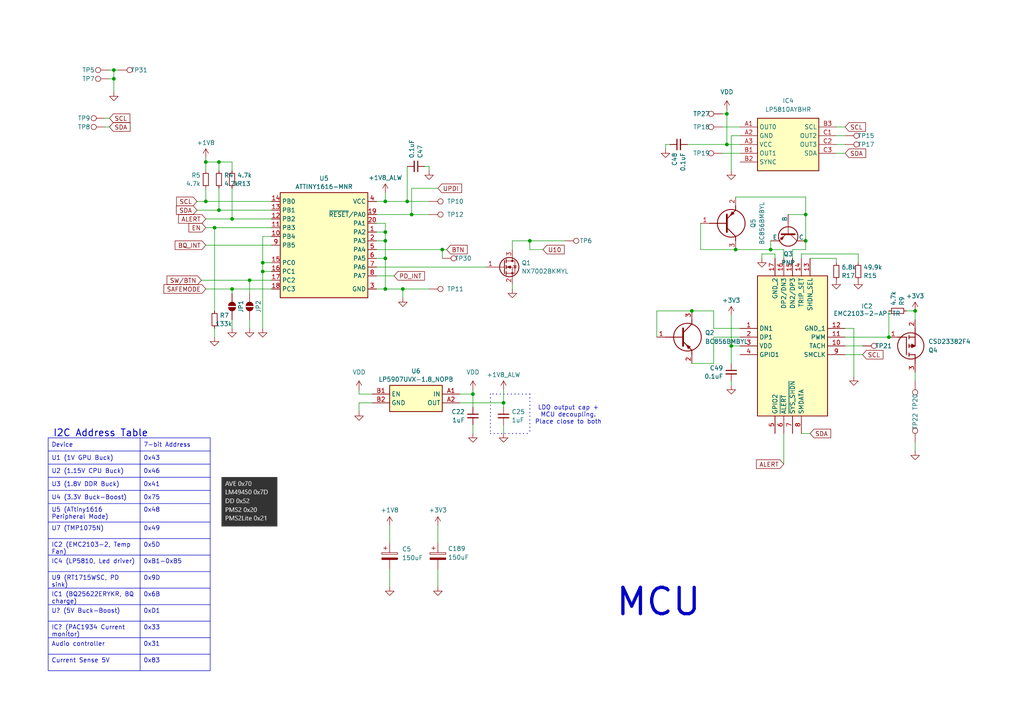
<source format=kicad_sch>
(kicad_sch (version 20250114) (generator "eeschema") (generator_version "9.0")
  (paper "A4")
  (lib_symbols
    (symbol "Connector:TestPoint" (pin_numbers (hide yes)) (pin_names (offset 0.762) (hide yes))
      (property "Reference" "TP" (at 0 6.858 0))
      (property "Value" "TestPoint" (at 0 5.08 0))
      (symbol "TestPoint_0_1"
        (circle (center 0 3.302) (radius 0.762))
      )
      (symbol "TestPoint_1_1"
        (pin passive line (at 0 0 90) (length 2.54) (name "1") (number "1"))
      )
    )
    (symbol "Device:C_Polarized" (pin_numbers (hide yes)) (pin_names (offset 0.254))
      (property "Reference" "C" (at 0.635 2.54 0))
      (property "Value" "C_Polarized" (at 0.635 -2.54 0))
      (symbol "C_Polarized_0_1"
        (rectangle (start -2.286 0.508) (end 2.286 1.016))
        (polyline (pts (xy -1.778 2.286) (xy -0.762 2.286)))
        (polyline (pts (xy -1.27 2.794) (xy -1.27 1.778)))
        (rectangle (start 2.286 -0.508) (end -2.286 -1.016) (fill (type outline)))
      )
      (symbol "C_Polarized_1_1"
        (pin passive line (at 0 3.81 270) (length 2.794) (name "~") (number "1"))
        (pin passive line (at 0 -3.81 90) (length 2.794) (name "~") (number "2"))
      )
    )
    (symbol "Device:C_Small" (pin_numbers (hide yes)) (pin_names (offset 0.254) (hide yes))
      (property "Reference" "C" (at 0.254 1.778 0))
      (property "Value" "C_Small" (at 0.254 -2.032 0))
      (symbol "C_Small_0_1"
        (polyline (pts (xy -1.524 0.508) (xy 1.524 0.508)) (stroke (width 0.3048)))
        (polyline (pts (xy -1.524 -0.508) (xy 1.524 -0.508)) (stroke (width 0.3302)))
      )
      (symbol "C_Small_1_1"
        (pin passive line (at 0 2.54 270) (length 2.032) (name "~") (number "1"))
        (pin passive line (at 0 -2.54 90) (length 2.032) (name "~") (number "2"))
      )
    )
    (symbol "Device:R_Small" (pin_numbers (hide yes)) (pin_names (offset 0.254) (hide yes))
      (property "Reference" "R" (at 0.762 0.508 0))
      (property "Value" "R_Small" (at 0.762 -1.016 0))
      (symbol "R_Small_0_1"
        (rectangle (start -0.762 1.778) (end 0.762 -1.778) (stroke (width 0.2032)))
      )
      (symbol "R_Small_1_1"
        (pin passive line (at 0 2.54 270) (length 0.762) (name "~") (number "1"))
        (pin passive line (at 0 -2.54 90) (length 0.762) (name "~") (number "2"))
      )
    )
    (symbol "Jumper:SolderJumper_2_Open" (pin_numbers (hide yes)) (pin_names (offset 0) (hide yes)) (exclude_from_sim yes) (in_bom no)
      (property "Reference" "JP" (at 0 2.032 0))
      (property "Value" "SolderJumper_2_Open" (at 0 -2.54 0))
      (symbol "SolderJumper_2_Open_0_1"
        (polyline (pts (xy -0.254 1.016) (xy -0.254 -1.016)))
        (arc (start -0.254 -1.016) (mid -1.2656 0) (end -0.254 1.016))
        (arc (start -0.254 -1.016) (mid -1.2656 0) (end -0.254 1.016) (fill (type outline)))
        (arc (start 0.254 1.016) (mid 1.2656 0) (end 0.254 -1.016))
        (arc (start 0.254 1.016) (mid 1.2656 0) (end 0.254 -1.016) (fill (type outline)))
        (polyline (pts (xy 0.254 1.016) (xy 0.254 -1.016)))
      )
      (symbol "SolderJumper_2_Open_1_1"
        (pin passive line (at -3.81 0 0) (length 2.54) (name "A") (number "1"))
        (pin passive line (at 3.81 0 180) (length 2.54) (name "B") (number "2"))
      )
    )
    (symbol "MCU_Microchip_ATtiny:ATtiny1616-M"
      (property "Reference" "U2" (at -12.7 11.43 0))
      (property "Value" "ATtiny1616-M" (at -1.27 11.43 0))
      (symbol "ATtiny1616-M_0_1"
        (rectangle (start -12.7 10.16) (end 12.7 -20.32) (stroke (width 0.254)) (fill (type background)))
      )
      (symbol "ATtiny1616-M_1_1"
        (pin bidirectional line (at -15.24 7.62 0) (length 2.54) (name "PB0") (number "14"))
        (pin bidirectional line (at -15.24 5.08 0) (length 2.54) (name "PB1") (number "13"))
        (pin bidirectional line (at -15.24 2.54 0) (length 2.54) (name "PB2") (number "12"))
        (pin bidirectional line (at -15.24 0 0) (length 2.54) (name "PB3") (number "11"))
        (pin bidirectional line (at -15.24 -2.54 0) (length 2.54) (name "PB4") (number "10"))
        (pin bidirectional line (at -15.24 -5.08 0) (length 2.54) (name "PB5") (number "9"))
        (pin bidirectional line (at -15.24 -10.16 0) (length 2.54) (name "PC0") (number "15"))
        (pin bidirectional line (at -15.24 -12.7 0) (length 2.54) (name "PC1") (number "16"))
        (pin bidirectional line (at -15.24 -15.24 0) (length 2.54) (name "PC2") (number "17"))
        (pin bidirectional line (at -15.24 -17.78 0) (length 2.54) (name "PC3") (number "18"))
        (pin power_in line (at 15.24 7.62 180) (length 2.54) (name "VCC") (number "4"))
        (pin bidirectional line (at 15.24 3.81 180) (length 2.54) (name "~{RESET}/PA0") (number "19"))
        (pin bidirectional line (at 15.24 1.27 180) (length 2.54) (name "PA1") (number "20"))
        (pin bidirectional line (at 15.24 -1.27 180) (length 2.54) (name "PA2") (number "1"))
        (pin bidirectional line (at 15.24 -3.81 180) (length 2.54) (name "PA3") (number "2"))
        (pin bidirectional line (at 15.24 -6.35 180) (length 2.54) (name "PA4") (number "5"))
        (pin bidirectional line (at 15.24 -8.89 180) (length 2.54) (name "PA5") (number "6"))
        (pin bidirectional line (at 15.24 -11.43 180) (length 2.54) (name "PA6") (number "7"))
        (pin bidirectional line (at 15.24 -13.97 180) (length 2.54) (name "PA7") (number "8"))
        (pin passive line (at 15.24 -17.78 180) (length 2.54) (hide yes) (name "GND") (number "21"))
        (pin power_in line (at 15.24 -17.78 180) (length 2.54) (name "GND") (number "3"))
      )
    )
    (symbol "SamacSys_Parts:BC856BMBYL" (pin_names (hide yes))
      (property "Reference" "Q" (at 13.97 1.27 0))
      (property "Value" "BC856BMBYL" (at 13.97 -1.27 0))
      (symbol "BC856BMBYL_1_1"
        (polyline (pts (xy 2.54 0) (xy 7.62 0)) (stroke (width 0.254)))
        (polyline (pts (xy 7.62 2.54) (xy 7.62 -2.54)) (stroke (width 0.508)))
        (polyline (pts (xy 7.62 1.27) (xy 10.16 3.81)) (stroke (width 0.254)))
        (polyline (pts (xy 7.62 -1.27) (xy 10.16 -3.81)) (stroke (width 0.254)))
        (circle (center 8.89 0) (radius 4.016) (stroke (width 0.254)))
        (polyline (pts (xy 9.652 -2.794) (xy 9.144 -3.302) (xy 8.636 -2.286) (xy 9.652 -2.794)) (stroke (width 0.254)) (fill (type outline)))
        (polyline (pts (xy 10.16 3.81) (xy 10.16 5.08)) (stroke (width 0.254)))
        (polyline (pts (xy 10.16 -3.81) (xy 10.16 -5.08)) (stroke (width 0.254)))
        (pin passive line (at 0 0 0) (length 2.54) (name "B") (number "1"))
        (pin passive line (at 10.16 7.62 270) (length 2.54) (name "C") (number "3"))
        (pin passive line (at 10.16 -7.62 90) (length 2.54) (name "E") (number "2"))
      )
    )
    (symbol "SamacSys_Parts:CSD23382F4" (pin_names (hide yes))
      (property "Reference" "Q" (at 11.43 3.81 0))
      (property "Value" "CSD23382F4" (at 11.43 1.27 0))
      (symbol "CSD23382F4_1_1"
        (polyline (pts (xy 2.54 0) (xy 5.08 0)) (stroke (width 0.254)))
        (polyline (pts (xy 5.08 5.08) (xy 5.08 0)) (stroke (width 0.254)))
        (polyline (pts (xy 5.842 5.588) (xy 5.842 4.572)) (stroke (width 0.254)))
        (polyline (pts (xy 5.842 2.032) (xy 5.842 3.048)) (stroke (width 0.254)))
        (polyline (pts (xy 5.842 0) (xy 7.62 0)) (stroke (width 0.254)))
        (polyline (pts (xy 5.842 -0.508) (xy 5.842 0.508)) (stroke (width 0.254)))
        (circle (center 6.35 2.54) (radius 3.81) (stroke (width 0.254)))
        (polyline (pts (xy 7.62 5.08) (xy 5.842 5.08)) (stroke (width 0.254)))
        (polyline (pts (xy 7.62 5.08) (xy 7.62 7.62)) (stroke (width 0.254)))
        (polyline (pts (xy 7.62 2.54) (xy 5.842 2.54)) (stroke (width 0.254)))
        (polyline (pts (xy 7.62 2.54) (xy 7.62 -2.54)) (stroke (width 0.254)))
        (polyline (pts (xy 7.62 2.54) (xy 6.604 3.048) (xy 6.604 2.032) (xy 7.62 2.54)) (stroke (width 0.254)) (fill (type outline)))
        (pin passive line (at 0 0 0) (length 2.54) (name "G") (number "1"))
        (pin passive line (at 7.62 10.16 270) (length 2.54) (name "D") (number "3"))
        (pin passive line (at 7.62 -5.08 90) (length 2.54) (name "S") (number "2"))
      )
    )
    (symbol "SamacSys_Parts:EMC2103-2-AP-TR"
      (property "Reference" "IC" (at 26.67 20.32 0))
      (property "Value" "EMC2103-2-AP-TR" (at 26.67 17.78 0))
      (symbol "EMC2103-2-AP-TR_1_1"
        (rectangle (start 5.08 15.24) (end 25.4 -25.4) (stroke (width 0.254)) (fill (type background)))
        (pin passive line (at 0 0 0) (length 5.08) (name "DN1") (number "1"))
        (pin passive line (at 0 -2.54 0) (length 5.08) (name "DP1") (number "2"))
        (pin passive line (at 0 -5.08 0) (length 5.08) (name "VDD") (number "3"))
        (pin passive line (at 0 -7.62 0) (length 5.08) (name "GPIO1") (number "4"))
        (pin passive line (at 10.16 20.32 270) (length 5.08) (name "GND_2") (number "17"))
        (pin passive line (at 10.16 -30.48 90) (length 5.08) (name "GPIO2") (number "5"))
        (pin passive line (at 12.7 20.32 270) (length 5.08) (name "DP2/DN3") (number "16"))
        (pin passive line (at 12.7 -30.48 90) (length 5.08) (name "~{ALERT}") (number "6"))
        (pin passive line (at 15.24 20.32 270) (length 5.08) (name "DN2/DP3") (number "15"))
        (pin passive line (at 15.24 -30.48 90) (length 5.08) (name "~{SYS_SHDN}") (number "7"))
        (pin passive line (at 17.78 20.32 270) (length 5.08) (name "TRIP_SET") (number "14"))
        (pin passive line (at 17.78 -30.48 90) (length 5.08) (name "SMDATA") (number "8"))
        (pin passive line (at 20.32 20.32 270) (length 5.08) (name "SHDN_SEL") (number "13"))
        (pin passive line (at 30.48 0 180) (length 5.08) (name "GND_1") (number "12"))
        (pin passive line (at 30.48 -2.54 180) (length 5.08) (name "PWM") (number "11"))
        (pin passive line (at 30.48 -5.08 180) (length 5.08) (name "TACH") (number "10"))
        (pin passive line (at 30.48 -7.62 180) (length 5.08) (name "SMCLK") (number "9"))
      )
    )
    (symbol "SamacSys_Parts:LP5810AYBHR"
      (property "Reference" "IC" (at 24.13 7.62 0))
      (property "Value" "LP5810AYBHR" (at 24.13 5.08 0))
      (symbol "LP5810AYBHR_1_1"
        (rectangle (start 5.08 2.54) (end 22.86 -12.7) (stroke (width 0.254)) (fill (type background)))
        (pin passive line (at 0 0 0) (length 5.08) (name "OUT0") (number "A1"))
        (pin passive line (at 0 -2.54 0) (length 5.08) (name "GND") (number "A2"))
        (pin passive line (at 0 -5.08 0) (length 5.08) (name "VCC") (number "A3"))
        (pin passive line (at 0 -7.62 0) (length 5.08) (name "OUT1") (number "B1"))
        (pin passive line (at 0 -10.16 0) (length 5.08) (name "SYNC") (number "B2"))
        (pin passive line (at 27.94 0 180) (length 5.08) (name "SCL") (number "B3"))
        (pin passive line (at 27.94 -2.54 180) (length 5.08) (name "OUT2") (number "C1"))
        (pin passive line (at 27.94 -5.08 180) (length 5.08) (name "OUT3") (number "C2"))
        (pin passive line (at 27.94 -7.62 180) (length 5.08) (name "SDA") (number "C3"))
      )
    )
    (symbol "SamacSys_Parts:LP5907UVX-1.8_NOPB"
      (property "Reference" "IC" (at 21.59 7.62 0))
      (property "Value" "LP5907UVX-1.8_NOPB" (at 21.59 5.08 0))
      (symbol "LP5907UVX-1.8_NOPB_1_1"
        (rectangle (start 5.08 2.54) (end 20.32 -5.08) (stroke (width 0.254)) (fill (type background)))
        (pin passive line (at 0 0 0) (length 5.08) (name "IN") (number "A1"))
        (pin passive line (at 0 -2.54 0) (length 5.08) (name "OUT") (number "A2"))
        (pin passive line (at 25.4 0 180) (length 5.08) (name "EN") (number "B1"))
        (pin passive line (at 25.4 -2.54 180) (length 5.08) (name "GND") (number "B2"))
      )
    )
    (symbol "Simulation_SPICE:PNP" (pin_numbers (hide yes)) (pin_names (offset 0))
      (property "Reference" "Q" (at -2.54 7.62 0))
      (property "Value" "PNP" (at -2.54 5.08 0))
      (symbol "PNP_0_1"
        (polyline (pts (xy -2.54 0) (xy 0.635 0)) (stroke (width 0.1524)))
        (polyline (pts (xy 0.635 1.905) (xy 0.635 -1.905) (xy 0.635 -1.905)) (stroke (width 0.508)))
        (polyline (pts (xy 0.635 0.635) (xy 2.54 2.54)))
        (polyline (pts (xy 0.635 -0.635) (xy 2.54 -2.54) (xy 2.54 -2.54)))
        (circle (center 1.27 0) (radius 2.8194) (stroke (width 0.254)))
        (polyline (pts (xy 2.286 -1.778) (xy 1.778 -2.286) (xy 1.27 -1.27) (xy 2.286 -1.778) (xy 2.286 -1.778)) (fill (type outline)))
      )
      (symbol "PNP_1_1"
        (pin input line (at -5.08 0 0) (length 2.54) (name "B") (number "2"))
        (pin open_collector line (at 2.54 5.08 270) (length 2.54) (name "C") (number "1"))
        (pin open_emitter line (at 2.54 -5.08 90) (length 2.54) (name "E") (number "3"))
      )
    )
    (symbol "Transistor_FET:DMG2302U" (pin_names (hide yes))
      (property "Reference" "Q" (at 5.08 1.905 0))
      (property "Value" "DMG2302U" (at 5.08 0 0))
      (symbol "DMG2302U_0_1"
        (polyline (pts (xy 0.254 1.905) (xy 0.254 -1.905)) (stroke (width 0.254)))
        (polyline (pts (xy 0.254 0) (xy -2.54 0)))
        (polyline (pts (xy 0.762 2.286) (xy 0.762 1.27)) (stroke (width 0.254)))
        (polyline (pts (xy 0.762 0.508) (xy 0.762 -0.508)) (stroke (width 0.254)))
        (polyline (pts (xy 0.762 -1.27) (xy 0.762 -2.286)) (stroke (width 0.254)))
        (polyline (pts (xy 0.762 -1.778) (xy 3.302 -1.778) (xy 3.302 1.778) (xy 0.762 1.778)))
        (polyline (pts (xy 1.016 0) (xy 2.032 0.381) (xy 2.032 -0.381) (xy 1.016 0)) (fill (type outline)))
        (circle (center 1.651 0) (radius 2.794) (stroke (width 0.254)))
        (polyline (pts (xy 2.54 2.54) (xy 2.54 1.778)))
        (circle (center 2.54 1.778) (radius 0.254) (fill (type outline)))
        (circle (center 2.54 -1.778) (radius 0.254) (fill (type outline)))
        (polyline (pts (xy 2.54 -2.54) (xy 2.54 0) (xy 0.762 0)))
        (polyline (pts (xy 2.794 0.508) (xy 2.921 0.381) (xy 3.683 0.381) (xy 3.81 0.254)))
        (polyline (pts (xy 3.302 0.381) (xy 2.921 -0.254) (xy 3.683 -0.254) (xy 3.302 0.381)))
      )
      (symbol "DMG2302U_1_1"
        (pin input line (at -5.08 0 0) (length 2.54) (name "G") (number "1"))
        (pin passive line (at 2.54 5.08 270) (length 2.54) (name "D") (number "3"))
        (pin passive line (at 2.54 -5.08 90) (length 2.54) (name "S") (number "2"))
      )
    )
    (symbol "power:+1V0" (power) (pin_names (offset 0))
      (property "Value" "+1V0" (at 0 3.556 0))
      (symbol "+1V0_0_1"
        (polyline (pts (xy -0.762 1.27) (xy 0 2.54)))
        (polyline (pts (xy 0 2.54) (xy 0.762 1.27)))
        (polyline (pts (xy 0 0) (xy 0 2.54)))
      )
      (symbol "+1V0_1_1"
        (pin power_in line (at 0 0 90) (length 0) (hide yes) (name "+1V0") (number "1"))
      )
    )
    (symbol "power:+1V8" (power) (pin_names (offset 0))
      (property "Value" "+1V8" (at 0 3.556 0))
      (symbol "+1V8_0_1"
        (polyline (pts (xy -0.762 1.27) (xy 0 2.54)))
        (polyline (pts (xy 0 2.54) (xy 0.762 1.27)))
        (polyline (pts (xy 0 0) (xy 0 2.54)))
      )
      (symbol "+1V8_1_1"
        (pin power_in line (at 0 0 90) (length 0) (hide yes) (name "+1V8") (number "1"))
      )
    )
    (symbol "power:+3V3" (power) (pin_names (offset 0))
      (property "Value" "+3V3" (at 0 3.556 0))
      (symbol "+3V3_0_1"
        (polyline (pts (xy -0.762 1.27) (xy 0 2.54)))
        (polyline (pts (xy 0 2.54) (xy 0.762 1.27)))
        (polyline (pts (xy 0 0) (xy 0 2.54)))
      )
      (symbol "+3V3_1_1"
        (pin power_in line (at 0 0 90) (length 0) (hide yes) (name "+3V3") (number "1"))
      )
    )
    (symbol "power:GND" (power) (pin_names (offset 0))
      (property "Value" "GND" (at 0 -3.81 0))
      (symbol "GND_0_1"
        (polyline (pts (xy 0 0) (xy 0 -1.27) (xy 1.27 -1.27) (xy 0 -2.54) (xy -1.27 -1.27) (xy 0 -1.27)))
      )
      (symbol "GND_1_1"
        (pin power_in line (at 0 0 270) (length 0) (hide yes) (name "GND") (number "1"))
      )
    )
    (symbol "power:VDD" (power) (pin_numbers (hide yes)) (pin_names (offset 0) (hide yes))
      (property "Value" "VDD" (at 0 3.556 0))
      (symbol "VDD_0_1"
        (polyline (pts (xy -0.762 1.27) (xy 0 2.54)))
        (polyline (pts (xy 0 2.54) (xy 0.762 1.27)))
        (polyline (pts (xy 0 0) (xy 0 2.54)))
      )
      (symbol "VDD_1_1"
        (pin power_in line (at 0 0 90) (length 0) (name "~") (number "1"))
      )
    )
  )
  (text "I2C Address Table" (at 29.21 125.73 0) (effects (font (size 2 2) (thickness 0.254) (bold yes))))
  (text "MCU" (at 191.008 174.752 0) (effects (font (size 7.62 7.62) (thickness 0.9525))))
  (text "LDO output cap +\nMCU decoupling.\nPlace close to both" (at 164.846 120.396 0) (effects (font (size 1.27 1.27))))
  (junction (at 200.66 90.17))
  (junction (at 111.76 69.85))
  (junction (at 116.84 83.82))
  (junction (at 146.05 116.84))
  (junction (at 210.82 33.02))
  (junction (at 72.39 81.28))
  (junction (at 76.2 76.2))
  (junction (at 63.5 46.99))
  (junction (at 111.76 74.93))
  (junction (at 67.31 63.5))
  (junction (at 63.5 60.96))
  (junction (at 76.2 78.74))
  (junction (at 137.16 114.3))
  (junction (at 212.09 100.33))
  (junction (at 111.76 83.82))
  (junction (at 59.69 58.42))
  (junction (at 111.76 67.31))
  (junction (at 233.68 62.23))
  (junction (at 59.69 46.99))
  (junction (at 67.31 83.82))
  (junction (at 210.82 41.91))
  (junction (at 213.36 72.39))
  (junction (at 118.11 58.42))
  (junction (at 128.27 72.39))
  (junction (at 62.23 66.04))
  (junction (at 33.02 22.86))
  (junction (at 153.67 69.85))
  (junction (at 223.52 72.39))
  (junction (at 111.76 58.42))
  (junction (at 265.43 90.17))
  (junction (at 33.02 20.32))
  (junction (at 119.38 62.23))
  (junction (at 233.68 69.85))
  (junction (at 257.81 97.79))
  (wire (pts (xy 72.39 81.28) (xy 78.74 81.28)))
  (wire (pts (xy 59.69 71.12) (xy 78.74 71.12)))
  (wire (pts (xy 153.67 69.85) (xy 153.67 72.39)))
  (wire (pts (xy 63.5 46.99) (xy 63.5 49.53)))
  (wire (pts (xy 242.57 41.91) (xy 245.11 41.91)))
  (wire (pts (xy 242.57 74.93) (xy 242.57 76.2)))
  (wire (pts (xy 111.76 58.42) (xy 111.76 55.88)))
  (wire (pts (xy 232.41 73.66) (xy 232.41 74.93)))
  (wire (pts (xy 229.87 72.39) (xy 229.87 74.93)))
  (wire (pts (xy 228.6 62.23) (xy 233.68 62.23)))
  (wire (pts (xy 62.23 66.04) (xy 78.74 66.04)))
  (wire (pts (xy 113.03 165.1) (xy 113.03 170.18)))
  (wire (pts (xy 242.57 44.45) (xy 245.11 44.45)))
  (wire (pts (xy 127 54.61) (xy 119.38 54.61)))
  (wire (pts (xy 67.31 83.82) (xy 59.69 83.82)))
  (wire (pts (xy 59.69 63.5) (xy 67.31 63.5)))
  (wire (pts (xy 109.22 62.23) (xy 119.38 62.23)))
  (wire (pts (xy 129.54 72.39) (xy 128.27 72.39)))
  (wire (pts (xy 146.05 116.84) (xy 146.05 118.11)))
  (wire (pts (xy 62.23 95.25) (xy 62.23 97.79)))
  (wire (pts (xy 146.05 113.03) (xy 146.05 116.84)))
  (wire (pts (xy 214.63 41.91) (xy 210.82 41.91)))
  (wire (pts (xy 30.48 34.29) (xy 31.75 34.29)))
  (wire (pts (xy 57.15 58.42) (xy 59.69 58.42)))
  (wire (pts (xy 116.84 83.82) (xy 124.46 83.82)))
  (wire (pts (xy 157.48 72.39) (xy 153.67 72.39)))
  (wire (pts (xy 31.75 22.86) (xy 33.02 22.86)))
  (wire (pts (xy 76.2 76.2) (xy 76.2 78.74)))
  (wire (pts (xy 109.22 80.01) (xy 114.3 80.01)))
  (wire (pts (xy 248.92 73.66) (xy 232.41 73.66)))
  (wire (pts (xy 78.74 76.2) (xy 76.2 76.2)))
  (wire (pts (xy 59.69 46.99) (xy 63.5 46.99)))
  (wire (pts (xy 265.43 92.71) (xy 265.43 90.17)))
  (wire (pts (xy 265.43 110.49) (xy 265.43 107.95)))
  (wire (pts (xy 67.31 95.25) (xy 67.31 92.71)))
  (wire (pts (xy 107.95 114.3) (xy 104.14 114.3)))
  (wire (pts (xy 104.14 116.84) (xy 104.14 119.38)))
  (wire (pts (xy 72.39 85.09) (xy 72.39 81.28)))
  (wire (pts (xy 109.22 72.39) (xy 128.27 72.39)))
  (wire (pts (xy 220.98 73.66) (xy 220.98 74.93)))
  (wire (pts (xy 248.92 73.66) (xy 248.92 76.2)))
  (wire (pts (xy 153.67 69.85) (xy 163.83 69.85)))
  (wire (pts (xy 133.35 114.3) (xy 137.16 114.3)))
  (wire (pts (xy 148.59 72.39) (xy 148.59 69.85)))
  (wire (pts (xy 107.95 116.84) (xy 104.14 116.84)))
  (wire (pts (xy 67.31 49.53) (xy 67.31 46.99)))
  (wire (pts (xy 59.69 66.04) (xy 62.23 66.04)))
  (wire (pts (xy 227.33 72.39) (xy 223.52 72.39)))
  (wire (pts (xy 212.09 100.33) (xy 214.63 100.33)))
  (wire (pts (xy 233.68 57.15) (xy 233.68 62.23)))
  (wire (pts (xy 265.43 128.27) (xy 265.43 130.81)))
  (wire (pts (xy 63.5 54.61) (xy 63.5 60.96)))
  (wire (pts (xy 111.76 83.82) (xy 116.84 83.82)))
  (wire (pts (xy 63.5 46.99) (xy 67.31 46.99)))
  (wire (pts (xy 245.11 100.33) (xy 250.19 100.33)))
  (wire (pts (xy 109.22 77.47) (xy 140.97 77.47)))
  (wire (pts (xy 212.09 91.44) (xy 212.09 100.33)))
  (wire (pts (xy 119.38 62.23) (xy 124.46 62.23)))
  (wire (pts (xy 33.02 20.32) (xy 31.75 20.32)))
  (wire (pts (xy 207.01 105.41) (xy 200.66 105.41)))
  (wire (pts (xy 111.76 58.42) (xy 118.11 58.42)))
  (wire (pts (xy 207.01 95.25) (xy 207.01 90.17)))
  (wire (pts (xy 146.05 125.73) (xy 146.05 123.19)))
  (wire (pts (xy 227.33 72.39) (xy 227.33 74.93)))
  (wire (pts (xy 33.02 22.86) (xy 33.02 26.67)))
  (wire (pts (xy 76.2 78.74) (xy 76.2 95.25)))
  (wire (pts (xy 213.36 72.39) (xy 223.52 72.39)))
  (wire (pts (xy 124.46 49.53) (xy 124.46 48.26)))
  (wire (pts (xy 242.57 39.37) (xy 245.11 39.37)))
  (wire (pts (xy 127 152.4) (xy 127 157.48)))
  (wire (pts (xy 127 165.1) (xy 127 170.18)))
  (wire (pts (xy 209.55 33.02) (xy 210.82 33.02)))
  (wire (pts (xy 214.63 97.79) (xy 207.01 97.79)))
  (wire (pts (xy 212.09 39.37) (xy 212.09 49.53)))
  (wire (pts (xy 133.35 116.84) (xy 146.05 116.84)))
  (wire (pts (xy 232.41 125.73) (xy 234.95 125.73)))
  (wire (pts (xy 109.22 83.82) (xy 111.76 83.82)))
  (wire (pts (xy 242.57 36.83) (xy 245.11 36.83)))
  (wire (pts (xy 124.46 48.26) (xy 123.19 48.26)))
  (wire (pts (xy 148.59 69.85) (xy 153.67 69.85)))
  (wire (pts (xy 193.04 41.91) (xy 194.31 41.91)))
  (polyline (pts (xy 153.67 114.3) (xy 142.24 114.3)) (stroke (width 0.254) (type dot)))
  (wire (pts (xy 118.11 48.26) (xy 118.11 58.42)))
  (wire (pts (xy 59.69 54.61) (xy 59.69 58.42)))
  (wire (pts (xy 118.11 58.42) (xy 124.46 58.42)))
  (wire (pts (xy 33.02 20.32) (xy 34.29 20.32)))
  (wire (pts (xy 111.76 69.85) (xy 111.76 74.93)))
  (wire (pts (xy 207.01 97.79) (xy 207.01 105.41)))
  (wire (pts (xy 234.95 74.93) (xy 242.57 74.93)))
  (wire (pts (xy 57.15 60.96) (xy 63.5 60.96)))
  (wire (pts (xy 76.2 78.74) (xy 78.74 78.74)))
  (wire (pts (xy 72.39 92.71) (xy 72.39 95.25)))
  (polyline (pts (xy 142.24 125.73) (xy 153.67 125.73)) (stroke (width 0.254) (type dot)))
  (wire (pts (xy 224.79 73.66) (xy 220.98 73.66)))
  (wire (pts (xy 109.22 67.31) (xy 111.76 67.31)))
  (wire (pts (xy 247.65 95.25) (xy 247.65 109.22)))
  (polyline (pts (xy 153.67 114.3) (xy 153.67 125.73)) (stroke (width 0.254) (type dot)))
  (wire (pts (xy 59.69 45.72) (xy 59.69 46.99)))
  (wire (pts (xy 245.11 95.25) (xy 247.65 95.25)))
  (wire (pts (xy 30.48 36.83) (xy 31.75 36.83)))
  (wire (pts (xy 213.36 57.15) (xy 233.68 57.15)))
  (wire (pts (xy 212.09 110.49) (xy 212.09 111.76)))
  (wire (pts (xy 214.63 39.37) (xy 212.09 39.37)))
  (wire (pts (xy 223.52 72.39) (xy 223.52 69.85)))
  (wire (pts (xy 190.5 90.17) (xy 190.5 97.79)))
  (wire (pts (xy 203.2 72.39) (xy 213.36 72.39)))
  (wire (pts (xy 203.2 64.77) (xy 203.2 72.39)))
  (wire (pts (xy 210.82 41.91) (xy 210.82 33.02)))
  (wire (pts (xy 233.68 69.85) (xy 233.68 72.39)))
  (wire (pts (xy 212.09 100.33) (xy 212.09 105.41)))
  (wire (pts (xy 59.69 58.42) (xy 78.74 58.42)))
  (wire (pts (xy 109.22 69.85) (xy 111.76 69.85)))
  (wire (pts (xy 245.11 102.87) (xy 250.19 102.87)))
  (wire (pts (xy 210.82 33.02) (xy 210.82 31.75)))
  (wire (pts (xy 137.16 114.3) (xy 137.16 113.03)))
  (wire (pts (xy 199.39 41.91) (xy 210.82 41.91)))
  (wire (pts (xy 209.55 44.45) (xy 214.63 44.45)))
  (wire (pts (xy 67.31 83.82) (xy 78.74 83.82)))
  (wire (pts (xy 209.55 36.83) (xy 214.63 36.83)))
  (wire (pts (xy 245.11 97.79) (xy 257.81 97.79)))
  (wire (pts (xy 224.79 74.93) (xy 224.79 73.66)))
  (wire (pts (xy 76.2 68.58) (xy 76.2 76.2)))
  (wire (pts (xy 109.22 58.42) (xy 111.76 58.42)))
  (wire (pts (xy 62.23 66.04) (xy 62.23 90.17)))
  (wire (pts (xy 227.33 125.73) (xy 227.33 134.62)))
  (wire (pts (xy 148.59 82.55) (xy 148.59 83.82)))
  (wire (pts (xy 67.31 63.5) (xy 78.74 63.5)))
  (wire (pts (xy 116.84 83.82) (xy 116.84 86.36)))
  (polyline (pts (xy 142.24 114.3) (xy 142.24 125.73)) (stroke (width 0.254) (type dot)))
  (wire (pts (xy 128.27 74.93) (xy 128.27 72.39)))
  (wire (pts (xy 33.02 20.32) (xy 33.02 22.86)))
  (wire (pts (xy 58.42 81.28) (xy 72.39 81.28)))
  (wire (pts (xy 137.16 125.73) (xy 137.16 123.19)))
  (wire (pts (xy 233.68 62.23) (xy 233.68 69.85)))
  (wire (pts (xy 67.31 54.61) (xy 67.31 63.5)))
  (wire (pts (xy 67.31 83.82) (xy 67.31 85.09)))
  (wire (pts (xy 111.76 64.77) (xy 111.76 67.31)))
  (wire (pts (xy 193.04 43.18) (xy 193.04 41.91)))
  (wire (pts (xy 111.76 67.31) (xy 111.76 69.85)))
  (wire (pts (xy 59.69 49.53) (xy 59.69 46.99)))
  (wire (pts (xy 109.22 74.93) (xy 111.76 74.93)))
  (wire (pts (xy 257.81 90.17) (xy 257.81 97.79)))
  (wire (pts (xy 200.66 90.17) (xy 207.01 90.17)))
  (wire (pts (xy 214.63 95.25) (xy 207.01 95.25)))
  (wire (pts (xy 190.5 90.17) (xy 200.66 90.17)))
  (wire (pts (xy 104.14 114.3) (xy 104.14 113.03)))
  (wire (pts (xy 119.38 54.61) (xy 119.38 62.23)))
  (wire (pts (xy 265.43 90.17) (xy 262.89 90.17)))
  (wire (pts (xy 63.5 60.96) (xy 78.74 60.96)))
  (wire (pts (xy 111.76 74.93) (xy 111.76 83.82)))
  (wire (pts (xy 233.68 72.39) (xy 229.87 72.39)))
  (wire (pts (xy 137.16 114.3) (xy 137.16 118.11)))
  (wire (pts (xy 109.22 64.77) (xy 111.76 64.77)))
  (wire (pts (xy 78.74 68.58) (xy 76.2 68.58)))
  (wire (pts (xy 113.03 152.4) (xy 113.03 157.48)))
  (image (at 72.3367 145.5277) (scale 0.5))
  (table (column_count 2) (border (external yes) (header yes)) (separators (rows yes) (cols yes)) (column_widths 26.67 20.32) (row_heights 3.81 3.81 3.81 3.81 3.81 5.3691 4.7909 4.7909 4.7909 4.7909 4.7909 4.7909 4.7909 4.7909 4.7909) (cells (table_cell "Device" (at 13.97 127 0) (size 26.67 3.81) (margins 0.9525 0.9525 0.9525 0.9525) (span 1 1)) (table_cell "7-bit Address" (at 40.64 127 0) (size 20.32 3.81) (margins 0.9525 0.9525 0.9525 0.9525) (span 1 1)) (table_cell "U1 (1V GPU Buck)" (at 13.97 130.81 0) (size 26.67 3.81) (margins 0.9525 0.9525 0.9525 0.9525) (span 1 1)) (table_cell "0x43" (at 40.64 130.81 0) (size 20.32 3.81) (margins 0.9525 0.9525 0.9525 0.9525) (span 1 1)) (table_cell "U2 (1.15V CPU Buck)" (at 13.97 134.62 0) (size 26.67 3.81) (margins 0.9525 0.9525 0.9525 0.9525) (span 1 1)) (table_cell "0x46" (at 40.64 134.62 0) (size 20.32 3.81) (margins 0.9525 0.9525 0.9525 0.9525) (span 1 1)) (table_cell "U3 (1.8V DDR Buck)" (at 13.97 138.43 0) (size 26.67 3.81) (margins 0.9525 0.9525 0.9525 0.9525) (span 1 1)) (table_cell "0x41" (at 40.64 138.43 0) (size 20.32 3.81) (margins 0.9525 0.9525 0.9525 0.9525) (span 1 1)) (table_cell "U4 (3.3V Buck-Boost)" (at 13.97 142.24 0) (size 26.67 3.81) (margins 0.9525 0.9525 0.9525 0.9525) (span 1 1)) (table_cell "0x75" (at 40.64 142.24 0) (size 20.32 3.81) (margins 0.9525 0.9525 0.9525 0.9525) (span 1 1)) (table_cell "U5 (ATtiny1616 Peripheral Mode)" (at 13.97 146.05 0) (size 26.67 5.3691) (margins 0.9525 0.9525 0.9525 0.9525) (span 1 1)) (table_cell "0x48" (at 40.64 146.05 0) (size 20.32 5.3691) (margins 0.9525 0.9525 0.9525 0.9525) (span 1 1)) (table_cell "U7 (TMP1075N)" (at 13.97 151.4191 0) (size 26.67 4.7909) (margins 0.9525 0.9525 0.9525 0.9525) (span 1 1)) (table_cell "0x49" (at 40.64 151.4191 0) (size 20.32 4.7909) (margins 0.9525 0.9525 0.9525 0.9525) (span 1 1)) (table_cell "IC2 (EMC2103-2, Temp Fan)" (at 13.97 156.21 0) (size 26.67 4.7909) (margins 0.9525 0.9525 0.9525 0.9525) (span 1 1)) (table_cell "0x5D" (at 40.64 156.21 0) (size 20.32 4.7909) (margins 0.9525 0.9525 0.9525 0.9525) (span 1 1)) (table_cell "IC4 (LP5810, Led driver)" (at 13.97 161.0009 0) (size 26.67 4.7909) (margins 0.9525 0.9525 0.9525 0.9525) (span 1 1)) (table_cell "0xB1-0xB5" (at 40.64 161.0009 0) (size 20.32 4.7909) (margins 0.9525 0.9525 0.9525 0.9525) (span 1 1)) (table_cell "U9 (RT1715WSC, PD sink)" (at 13.97 165.7918 0) (size 26.67 4.7909) (margins 0.9525 0.9525 0.9525 0.9525) (span 1 1)) (table_cell "0x9D" (at 40.64 165.7918 0) (size 20.32 4.7909) (margins 0.9525 0.9525 0.9525 0.9525) (span 1 1)) (table_cell "IC1 (BQ25622ERYKR, BQ charge)" (at 13.97 170.5827 0) (size 26.67 4.7909) (margins 0.9525 0.9525 0.9525 0.9525) (span 1 1)) (table_cell "0x6B" (at 40.64 170.5827 0) (size 20.32 4.7909) (margins 0.9525 0.9525 0.9525 0.9525) (span 1 1)) (table_cell "U? (5V Buck-Boost)" (at 13.97 175.3736 0) (size 26.67 4.7909) (margins 0.9525 0.9525 0.9525 0.9525) (span 1 1)) (table_cell "0xD1" (at 40.64 175.3736 0) (size 20.32 4.7909) (margins 0.9525 0.9525 0.9525 0.9525) (span 1 1)) (table_cell "IC? (PAC1934 Current monitor)" (at 13.97 180.1645 0) (size 26.67 4.7909) (margins 0.9525 0.9525 0.9525 0.9525) (span 1 1)) (table_cell "0x33" (at 40.64 180.1645 0) (size 20.32 4.7909) (margins 0.9525 0.9525 0.9525 0.9525) (span 1 1)) (table_cell "Audio controller" (at 13.97 184.9554 0) (size 26.67 4.7909) (margins 0.9525 0.9525 0.9525 0.9525) (span 1 1)) (table_cell "0x31" (at 40.64 184.9554 0) (size 20.32 4.7909) (margins 0.9525 0.9525 0.9525 0.9525) (span 1 1)) (table_cell "Current Sense 5V" (at 13.97 189.7463 0) (size 26.67 4.7909) (margins 0.9525 0.9525 0.9525 0.9525) (span 1 1)) (table_cell "0x83" (at 40.64 189.7463 0) (size 20.32 4.7909) (margins 0.9525 0.9525 0.9525 0.9525) (span 1 1))))
  (global_label "PD_INT" (shape input) (at 114.3 80.01 0) (property "Intersheetrefs" "${INTERSHEET_REFS}" (effects (hide yes))))
  (global_label "U10" (shape input) (at 157.48 72.39 0) (property "Intersheetrefs" "${INTERSHEET_REFS}" (effects (hide yes))))
  (global_label "SDA" (shape input) (at 57.15 60.96 180) (property "Intersheetrefs" "${INTERSHEET_REFS}" (effects (hide yes))))
  (global_label "EN" (shape input) (at 59.69 66.04 180) (property "Intersheetrefs" "${INTERSHEET_REFS}" (effects (hide yes))))
  (global_label "BTN" (shape input) (at 129.54 72.39 0) (property "Intersheetrefs" "${INTERSHEET_REFS}" (effects (hide yes))))
  (global_label "SCL" (shape input) (at 31.75 34.29 0) (property "Intersheetrefs" "${INTERSHEET_REFS}" (effects (hide yes))))
  (global_label "SW{slash}BTN" (shape input) (at 58.42 81.28 180) (property "Intersheetrefs" "${INTERSHEET_REFS}" (effects (hide yes))))
  (global_label "UPDI" (shape input) (at 127 54.61 0) (property "Intersheetrefs" "${INTERSHEET_REFS}" (effects (hide yes))))
  (global_label "SCL" (shape input) (at 245.11 36.83 0) (property "Intersheetrefs" "${INTERSHEET_REFS}" (effects (hide yes))))
  (global_label "SCL" (shape input) (at 57.15 58.42 180) (property "Intersheetrefs" "${INTERSHEET_REFS}" (effects (hide yes))))
  (global_label "BQ_INT" (shape input) (at 59.69 71.12 180) (property "Intersheetrefs" "${INTERSHEET_REFS}" (effects (hide yes))))
  (global_label "SDA" (shape input) (at 245.11 44.45 0) (property "Intersheetrefs" "${INTERSHEET_REFS}" (effects (hide yes))))
  (global_label "SAFEMODE" (shape input) (at 59.69 83.82 180) (property "Intersheetrefs" "${INTERSHEET_REFS}" (effects (hide yes))))
  (global_label "SDA" (shape input) (at 234.95 125.73 0) (property "Intersheetrefs" "${INTERSHEET_REFS}" (effects (hide yes))))
  (global_label "ALERT" (shape input) (at 227.33 134.62 180) (property "Intersheetrefs" "${INTERSHEET_REFS}" (effects (hide yes))))
  (global_label "SDA" (shape input) (at 31.75 36.83 0) (property "Intersheetrefs" "${INTERSHEET_REFS}" (effects (hide yes))))
  (global_label "ALERT" (shape input) (at 59.69 63.5 180) (property "Intersheetrefs" "${INTERSHEET_REFS}" (effects (hide yes))))
  (global_label "SCL" (shape input) (at 250.19 102.87 0) (property "Intersheetrefs" "${INTERSHEET_REFS}" (effects (hide yes))))
  (symbol (lib_id "Connector:TestPoint") (at 30.48 34.29 90) (unit 1)
    (property "Reference" "TP9" (at 24.384 34.29 90))
    (property "Value" "SCL" (effects (hide yes)))
    (property "Footprint" "TestPoint:TestPoint_Pad_D1.0mm" (effects (hide yes)))
  )
  (symbol (lib_id "power:+3V3") (at 127 152.4 0) (unit 1)
    (property "Reference" "#PWR0102" (effects (hide yes)))
    (property "Value" "+3V3" (at 127 147.955 0))
  )
  (symbol (lib_id "Transistor_FET:DMG2302U") (at 146.05 77.47 0) (unit 1)
    (property "Reference" "Q1" (at 151.2569 76.2578 0) (effects (justify left)))
    (property "Value" "NX7002BKMYL" (at 151.2569 78.6821 0) (effects (justify left)))
    (property "Footprint" "Package_DFN_QFN:Diodes_DFN1006-3" (effects (hide yes)))
    (property "Description" "NX7002BKMYL" (effects (hide yes)))
  )
  (symbol (lib_id "Connector:TestPoint") (at 31.75 20.32 90) (unit 1)
    (property "Reference" "TP5" (at 25.654 20.32 90))
    (property "Value" "GND" (effects (hide yes)))
    (property "Footprint" "project-footprints:TestPoint_Pad_3x1.0mm" (effects (hide yes)))
  )
  (symbol (lib_id "Device:C_Small") (at 196.85 41.91 90) (mirror x) (unit 1)
    (property "Reference" "C48" (at 195.6441 44.2341 0) (effects (justify left)))
    (property "Value" "0.1uF" (at 198.0684 44.2341 0) (effects (justify left)))
    (property "Footprint" "Capacitor_SMD:C_0402_1005Metric" (effects (hide yes)))
    (property "Description" "Unpolarized capacitor, small symbol" (effects (hide yes)))
  )
  (symbol (lib_id "power:GND") (at 193.04 43.18 0) (unit 1)
    (property "Reference" "#PWR076" (effects (hide yes)))
    (property "Value" "GND" (effects (hide yes)))
  )
  (symbol (lib_id "MCU_Microchip_ATtiny:ATtiny1616-M") (at 93.98 66.04 0) (unit 1)
    (property "Reference" "U5" (at 93.98 51.7355 0))
    (property "Value" "ATTINY1616-MNR" (at 93.98 54.1598 0))
    (property "Footprint" "Package_DFN_QFN:VQFN-20-1EP_3x3mm_P0.4mm_EP1.7x1.7mm" (effects (hide yes)))
    (property "Datasheet" "http://ww1.microchip.com/downloads/en/DeviceDoc/ATtiny3216_ATtiny1616-data-sheet-40001997B.pdf" (effects (hide yes)))
    (property "Description" "20MHz, 16kB Flash, 2kB SRAM, 256B EEPROM, VQFN-20" (effects (hide yes)))
  )
  (symbol (lib_id "Connector:TestPoint") (at 163.83 69.85 270) (mirror x) (unit 1)
    (property "Reference" "TP6" (at 169.926 69.85 90))
    (property "Value" "U10" (effects (hide yes)))
    (property "Footprint" "TestPoint:TestPoint_Pad_D1.0mm" (effects (hide yes)))
  )
  (symbol (lib_id "power:GND") (at 146.05 125.73 0) (mirror y) (unit 1)
    (property "Reference" "#PWR099" (effects (hide yes)))
    (property "Value" "GND" (effects (hide yes)))
  )
  (symbol (lib_id "SamacSys_Parts:LP5907UVX-1.8_NOPB") (at 133.35 114.3 0) (mirror y) (unit 1)
    (property "Reference" "U6" (at 120.65 107.6155 0))
    (property "Value" "LP5907UVX-1.8_NOPB" (at 120.65 110.0398 0))
    (property "Footprint" "SamacSys_Parts:BGA4C35P2X2_64X64X44" (effects (hide yes)))
    (property "Datasheet" "http://www.ti.com/lit/gpn/lp5907" (effects (hide yes)))
    (property "Description" "250-mA ultra-low-noise low-IQ low-dropout (LDO) linear regulator" (effects (hide yes)))
    (property "Height" "0.445" (effects (hide yes)))
    (property "Mouser Part Number" "926-LP5907UVX1.8NOPB" (effects (hide yes)))
    (property "Mouser Price/Stock" "https://www.mouser.co.uk/ProductDetail/Texas-Instruments/LP5907UVX-18-NOPB?qs=vobMBmnAsJHTbQ1C9505Xg%3D%3D" (effects (hide yes)))
    (property "Manufacturer_Name" "Texas Instruments" (effects (hide yes)))
    (property "Manufacturer_Part_Number" "LP5907UVX-1.8/NOPB" (effects (hide yes)))
  )
  (symbol (lib_id "power:GND") (at 265.43 130.81 0) (unit 1)
    (property "Reference" "#PWR0100" (effects (hide yes)))
    (property "Value" "GND" (effects (hide yes)))
  )
  (symbol (lib_id "power:+1V0") (at 146.05 113.03 0) (mirror y) (unit 1)
    (property "Reference" "#PWR096" (effects (hide yes)))
    (property "Value" "+1V8_ALW" (at 146.05 108.712 0))
  )
  (symbol (lib_id "power:GND") (at 33.02 26.67 0) (unit 1)
    (property "Reference" "#PWR074" (effects (hide yes)))
    (property "Value" "GND" (effects (hide yes)))
  )
  (symbol (lib_id "Jumper:SolderJumper_2_Open") (at 67.31 88.9 270) (mirror x) (unit 1) (exclude_from_sim yes) (in_bom no)
    (property "Reference" "JP1" (at 69.85 88.9 0))
    (property "Value" "SolderJumper_2_Open" (effects (hide yes)))
    (property "Footprint" "Jumper:SolderJumper-2_P1.3mm_Open_RoundedPad1.0x1.5mm" (effects (hide yes)))
    (property "Description" "Solder Jumper, 2-pole, open" (effects (hide yes)))
  )
  (symbol (lib_id "power:GND") (at 104.14 119.38 0) (mirror y) (unit 1)
    (property "Reference" "#PWR097" (effects (hide yes)))
    (property "Value" "GND" (effects (hide yes)))
  )
  (symbol (lib_id "Connector:TestPoint") (at 124.46 83.82 270) (unit 1)
    (property "Reference" "TP11" (at 132.08 83.82 90))
    (property "Value" "GND" (effects (hide yes)))
    (property "Footprint" "TestPoint:TestPoint_Pad_D1.0mm" (effects (hide yes)))
  )
  (symbol (lib_id "SamacSys_Parts:LP5810AYBHR") (at 214.63 36.83 0) (unit 1)
    (property "Reference" "IC4" (at 228.6 29.21 0))
    (property "Value" "LP5810AYBHR" (at 228.6 31.75 0))
    (property "Footprint" "SamacSys_Parts:BGA9C40P3X3_143X134X40" (effects (hide yes)))
    (property "Datasheet" "https://www.digikey.ph/en/products/detail/texas-instruments/LP5810AYBHR/22147165?msockid=39f1ec84d77b6f4428b7f904d6676eed" (effects (hide yes)))
    (property "Description" "Operating voltage range:  VCC range: 2.7V to 5.5V  Logic pins compatible with 1.8V, 3.3V, and 5V  4 constant current sinks with high precision:  0.1mA to 51mA per current sink  Device-to-device error: max +/-5%  Channel-to-channel error: max +/-5%  Ultra-low headroom voltage: 110mV (typ.) at 25.5mA; 210mV (typ.) at 51mA  PWM phase shift configurable for each LED  Ultra-low power consumption:  Standby: ISTB = 26uA (typical) when CHIP_EN = 0 (data retained)  Active: INOR = 0.4mA (typical" (effects (hide yes)))
    (property "Height" "0.4" (effects (hide yes)))
    (property "Mouser Part Number" "595-LP5810AYBHR" (effects (hide yes)))
    (property "Mouser Price/Stock" "https://www.mouser.co.uk/ProductDetail/Texas-Instruments/LP5810AYBHR?qs=Z%252BL2brAPG1IT2jOLeBjb3w%3D%3D" (effects (hide yes)))
    (property "Manufacturer_Name" "Texas Instruments" (effects (hide yes)))
    (property "Manufacturer_Part_Number" "LP5810AYBHR" (effects (hide yes)))
  )
  (symbol (lib_id "SamacSys_Parts:CSD23382F4") (at 257.81 97.79 0) (mirror x) (unit 1)
    (property "Reference" "Q4" (at 269.24 101.6001 0) (effects (justify left)))
    (property "Value" "CSD23382F4" (at 269.24 99.0601 0) (effects (justify left)))
    (property "Footprint" "SamacSys_Parts:YJC" (effects (hide yes)))
    (property "Datasheet" "http://www.ti.com/lit/gpn/csd23382f4" (effects (hide yes)))
    (property "Description" "-12V, P ch NexFET MOSFET, single LGA 0.6x1.0, 76mOhm" (effects (hide yes)))
    (property "Mouser Part Number" "595-CSD23382F4" (effects (hide yes)))
    (property "Mouser Price/Stock" "https://www.mouser.co.uk/ProductDetail/Texas-Instruments/CSD23382F4?qs=7z%252BmIopC6%2FJCYBJJoFaXHg%3D%3D" (effects (hide yes)))
    (property "Manufacturer_Name" "Texas Instruments" (effects (hide yes)))
    (property "Manufacturer_Part_Number" "CSD23382F4" (effects (hide yes)))
  )
  (symbol (lib_id "power:+3V3") (at 265.43 90.17 0) (mirror y) (unit 1)
    (property "Reference" "#PWR086" (effects (hide yes)))
    (property "Value" "+3V3" (at 265.43 85.852 0))
  )
  (symbol (lib_id "Connector:TestPoint") (at 209.55 44.45 90) (unit 1)
    (property "Reference" "TP19" (at 203.454 44.45 90))
    (property "Value" "LED -G" (effects (hide yes)))
    (property "Footprint" "TestPoint:TestPoint_Pad_D1.0mm" (effects (hide yes)))
  )
  (symbol (lib_id "Device:R_Small") (at 63.5 52.07 0) (unit 1)
    (property "Reference" "R4" (at 64.9986 50.8578 0) (effects (justify left)))
    (property "Value" "4.7k" (at 64.9986 53.2821 0) (effects (justify left)))
    (property "Footprint" "Resistor_SMD:R_0402_1005Metric" (effects (hide yes)))
    (property "Description" "Resistor, small symbol" (effects (hide yes)))
  )
  (symbol (lib_id "Device:R_Small") (at 62.23 92.71 180) (unit 1)
    (property "Reference" "R7" (at 63.7286 91.4978 0) (effects (justify right)))
    (property "Value" "133k" (at 62.4586 93.9221 0) (effects (justify right)))
    (property "Footprint" "Resistor_SMD:R_0402_1005Metric" (effects (hide yes)))
    (property "Description" "Resistor, small symbol" (effects (hide yes)))
  )
  (symbol (lib_id "power:+3V3") (at 212.09 91.44 0) (mirror y) (unit 1)
    (property "Reference" "#PWR087" (effects (hide yes)))
    (property "Value" "+3V3" (at 212.09 87.122 0))
  )
  (symbol (lib_id "Device:C_Polarized") (at 113.03 161.29 0) (unit 1)
    (property "Reference" "C5" (at 116.586 159.258 0) (effects (justify left)))
    (property "Value" "150uF" (at 116.586 161.798 0) (effects (justify left)))
    (property "Footprint" "Capacitor_Tantalum_SMD:CP_EIA-3528-15_AVX-H" (effects (hide yes)))
    (property "Description" "6TPS150MUD" (effects (hide yes)))
  )
  (symbol (lib_id "Device:R_Small") (at 59.69 52.07 0) (mirror y) (unit 1)
    (property "Reference" "R5" (at 58.1914 50.8578 0) (effects (justify left)))
    (property "Value" "4.7k" (at 58.1914 53.2821 0) (effects (justify left)))
    (property "Footprint" "Resistor_SMD:R_0402_1005Metric" (effects (hide yes)))
    (property "Description" "Resistor, small symbol" (effects (hide yes)))
  )
  (symbol (lib_id "power:VDD") (at 137.16 113.03 0) (unit 1)
    (property "Reference" "#PWR095" (effects (hide yes)))
    (property "Value" "VDD" (at 137.16 107.95 0))
    (property "Description" "Power symbol creates a global label with name \"VDD\"" (effects (hide yes)))
  )
  (symbol (lib_id "Device:R_Small") (at 260.35 90.17 90) (mirror x) (unit 1)
    (property "Reference" "R9" (at 261.5622 88.6714 0) (effects (justify right)))
    (property "Value" "4.7k" (at 259.1379 88.6714 0) (effects (justify right)))
    (property "Footprint" "Resistor_SMD:R_0402_1005Metric" (effects (hide yes)))
    (property "Description" "Resistor, small symbol" (effects (hide yes)))
  )
  (symbol (lib_id "Connector:TestPoint") (at 245.11 39.37 270) (unit 1)
    (property "Reference" "TP15" (at 251.206 39.37 90))
    (property "Value" "LED -B" (effects (hide yes)))
    (property "Footprint" "TestPoint:TestPoint_Pad_D1.0mm" (effects (hide yes)))
  )
  (symbol (lib_id "power:VDD") (at 104.14 113.03 0) (unit 1)
    (property "Reference" "#PWR094" (effects (hide yes)))
    (property "Value" "VDD" (at 104.14 107.95 0))
    (property "Description" "Power symbol creates a global label with name \"VDD\"" (effects (hide yes)))
  )
  (symbol (lib_id "Jumper:SolderJumper_2_Open") (at 72.39 88.9 270) (mirror x) (unit 1) (exclude_from_sim yes) (in_bom no)
    (property "Reference" "JP2" (at 74.93 88.9 0))
    (property "Value" "SolderJumper_2_Open" (effects (hide yes)))
    (property "Footprint" "Jumper:SolderJumper-2_P1.3mm_Open_RoundedPad1.0x1.5mm" (effects (hide yes)))
    (property "Description" "Solder Jumper, 2-pole, open" (effects (hide yes)))
  )
  (symbol (lib_id "power:GND") (at 242.57 81.28 0) (unit 1)
    (property "Reference" "#PWR082" (effects (hide yes)))
    (property "Value" "GND" (effects (hide yes)))
  )
  (symbol (lib_id "Connector:TestPoint") (at 128.27 74.93 270) (mirror x) (unit 1)
    (property "Reference" "TP30" (at 134.366 74.93 90))
    (property "Value" "U10" (effects (hide yes)))
    (property "Footprint" "TestPoint:TestPoint_Pad_D1.0mm" (effects (hide yes)))
  )
  (symbol (lib_id "power:GND") (at 148.59 83.82 0) (mirror y) (unit 1)
    (property "Reference" "#PWR084" (effects (hide yes)))
    (property "Value" "GND" (effects (hide yes)))
  )
  (symbol (lib_id "Connector:TestPoint") (at 209.55 36.83 90) (unit 1)
    (property "Reference" "TP18" (at 203.454 36.83 90))
    (property "Value" "LED -R" (effects (hide yes)))
    (property "Footprint" "TestPoint:TestPoint_Pad_D1.0mm" (effects (hide yes)))
  )
  (symbol (lib_id "power:GND") (at 62.23 97.79 0) (unit 1)
    (property "Reference" "#PWR091" (effects (hide yes)))
    (property "Value" "GND" (effects (hide yes)))
  )
  (symbol (lib_id "Connector:TestPoint") (at 209.55 33.02 90) (unit 1)
    (property "Reference" "TP27" (at 203.454 33.02 90))
    (property "Value" "LED +" (effects (hide yes)))
    (property "Footprint" "TestPoint:TestPoint_Pad_D1.0mm" (effects (hide yes)))
  )
  (symbol (lib_id "power:GND") (at 113.03 170.18 0) (unit 1)
    (property "Reference" "#PWR0103" (effects (hide yes)))
    (property "Value" "GND" (effects (hide yes)))
  )
  (symbol (lib_id "Connector:TestPoint") (at 124.46 58.42 270) (unit 1)
    (property "Reference" "TP10" (at 132.08 58.42 90))
    (property "Value" "VBAT" (effects (hide yes)))
    (property "Footprint" "TestPoint:TestPoint_Pad_D1.0mm" (effects (hide yes)))
  )
  (symbol (lib_id "Connector:TestPoint") (at 34.29 20.32 270) (mirror x) (unit 1)
    (property "Reference" "TP31" (at 40.386 20.32 90))
    (property "Value" "U10" (effects (hide yes)))
    (property "Footprint" "TestPoint:TestPoint_Pad_D1.0mm" (effects (hide yes)))
  )
  (symbol (lib_id "Device:C_Small") (at 137.16 120.65 0) (mirror y) (unit 1)
    (property "Reference" "C22" (at 134.8359 119.4441 0) (effects (justify left)))
    (property "Value" "1uF" (at 134.8359 121.8684 0) (effects (justify left)))
    (property "Footprint" "Capacitor_SMD:C_0402_1005Metric" (effects (hide yes)))
    (property "Description" "Unpolarized capacitor, small symbol" (effects (hide yes)))
  )
  (symbol (lib_id "power:GND") (at 247.65 109.22 0) (unit 1)
    (property "Reference" "#PWR092" (effects (hide yes)))
    (property "Value" "GND" (effects (hide yes)))
  )
  (symbol (lib_id "Connector:TestPoint") (at 265.43 128.27 0) (unit 1)
    (property "Reference" "TP22" (at 265.43 122.174 90))
    (property "Value" "FAN-" (effects (hide yes)))
    (property "Footprint" "TestPoint:TestPoint_Pad_D1.0mm" (effects (hide yes)))
  )
  (symbol (lib_id "power:GND") (at 220.98 74.93 0) (unit 1)
    (property "Reference" "#PWR081" (effects (hide yes)))
    (property "Value" "GND" (effects (hide yes)))
  )
  (symbol (lib_id "power:GND") (at 127 170.18 0) (unit 1)
    (property "Reference" "#PWR0104" (effects (hide yes)))
    (property "Value" "GND" (effects (hide yes)))
  )
  (symbol (lib_id "Connector:TestPoint") (at 31.75 22.86 90) (unit 1)
    (property "Reference" "TP7" (at 25.654 22.86 90))
    (property "Value" "GND" (effects (hide yes)))
    (property "Footprint" "project-footprints:TestPoint_Pad_3x1.0mm" (effects (hide yes)))
  )
  (symbol (lib_id "Connector:TestPoint") (at 245.11 41.91 270) (unit 1)
    (property "Reference" "TP17" (at 251.206 41.91 90))
    (property "Value" "LED -W" (effects (hide yes)))
    (property "Footprint" "TestPoint:TestPoint_Pad_D1.0mm" (effects (hide yes)))
  )
  (symbol (lib_id "Device:R_Small") (at 248.92 78.74 0) (mirror y) (unit 1)
    (property "Reference" "R15" (at 250.4186 79.9522 0) (effects (justify right)))
    (property "Value" "49.9k" (at 250.4186 77.5279 0) (effects (justify right)))
    (property "Footprint" "Resistor_SMD:R_0402_1005Metric" (effects (hide yes)))
    (property "Description" "Resistor, small symbol" (effects (hide yes)))
  )
  (symbol (lib_id "power:GND") (at 248.92 81.28 0) (unit 1)
    (property "Reference" "#PWR083" (effects (hide yes)))
    (property "Value" "GND" (effects (hide yes)))
  )
  (symbol (lib_id "power:GND") (at 212.09 49.53 0) (unit 1)
    (property "Reference" "#PWR079" (effects (hide yes)))
    (property "Value" "GND" (effects (hide yes)))
  )
  (symbol (lib_id "power:GND") (at 212.09 111.76 0) (unit 1)
    (property "Reference" "#PWR093" (effects (hide yes)))
    (property "Value" "GND" (effects (hide yes)))
  )
  (symbol (lib_id "power:+1V8") (at 113.03 152.4 0) (unit 1)
    (property "Reference" "#PWR0101" (effects (hide yes)))
    (property "Value" "+1V8" (at 113.03 147.955 0))
  )
  (symbol (lib_id "power:GND") (at 137.16 125.73 0) (mirror y) (unit 1)
    (property "Reference" "#PWR098" (effects (hide yes)))
    (property "Value" "GND" (effects (hide yes)))
  )
  (symbol (lib_id "power:GND") (at 76.2 95.25 0) (unit 1)
    (property "Reference" "#PWR090" (effects (hide yes)))
    (property "Value" "GND" (effects (hide yes)))
  )
  (symbol (lib_id "Device:R_Small") (at 242.57 78.74 0) (mirror y) (unit 1)
    (property "Reference" "R17" (at 244.0686 79.9522 0) (effects (justify right)))
    (property "Value" "6.8k" (at 244.0686 77.5279 0) (effects (justify right)))
    (property "Footprint" "Resistor_SMD:R_0402_1005Metric" (effects (hide yes)))
    (property "Description" "Resistor, small symbol" (effects (hide yes)))
  )
  (symbol (lib_id "Connector:TestPoint") (at 30.48 36.83 90) (unit 1)
    (property "Reference" "TP8" (at 24.384 36.83 90))
    (property "Value" "SDA" (effects (hide yes)))
    (property "Footprint" "TestPoint:TestPoint_Pad_D1.0mm" (effects (hide yes)))
  )
  (symbol (lib_id "Connector:TestPoint") (at 265.43 110.49 0) (mirror x) (unit 1)
    (property "Reference" "TP20" (at 265.43 116.586 90))
    (property "Value" "FAN+" (effects (hide yes)))
    (property "Footprint" "TestPoint:TestPoint_Pad_D1.0mm" (effects (hide yes)))
  )
  (symbol (lib_id "power:GND") (at 124.46 49.53 0) (unit 1)
    (property "Reference" "#PWR078" (effects (hide yes)))
    (property "Value" "GND" (effects (hide yes)))
  )
  (symbol (lib_id "Device:R_Small") (at 67.31 52.07 0) (mirror x) (unit 1)
    (property "Reference" "R13" (at 68.8086 53.2822 0) (effects (justify left)))
    (property "Value" "4.7k" (at 68.8086 50.8579 0) (effects (justify left)))
    (property "Footprint" "Resistor_SMD:R_0402_1005Metric" (effects (hide yes)))
    (property "Description" "Resistor, small symbol" (effects (hide yes)))
  )
  (symbol (lib_id "SamacSys_Parts:BC856BMBYL") (at 203.2 64.77 0) (mirror x) (unit 1)
    (property "Reference" "Q5" (at 218.44 64.77 90))
    (property "Value" "BC856BMBYL" (at 220.98 64.77 90))
    (property "Footprint" "SamacSys_Parts:BC856BMBYL" (effects (hide yes)))
    (property "Datasheet" "https://assets.nexperia.com/documents/data-sheet/BC856BMB.pdf" (effects (hide yes)))
    (property "Description" "PNP general-purpose transistor in a leadless ultra small DFN1006B-3 (SOT883B) Surface-Mounted Device (SMD) plastic package." (effects (hide yes)))
    (property "Height" "0.4" (effects (hide yes)))
    (property "Mouser Part Number" "771-BC856BMBYL" (effects (hide yes)))
    (property "Mouser Price/Stock" "https://www.mouser.co.uk/ProductDetail/Nexperia/BC856BMBYL?qs=sPdA%252BpIfi%2F%2F9sA2ET9jgvg%3D%3D" (effects (hide yes)))
    (property "Manufacturer_Name" "Nexperia" (effects (hide yes)))
    (property "Manufacturer_Part_Number" "BC856BMBYL" (effects (hide yes)))
  )
  (symbol (lib_id "Connector:TestPoint") (at 250.19 100.33 270) (unit 1)
    (property "Reference" "TP21" (at 256.286 100.33 90))
    (property "Value" "FAN_TACH" (effects (hide yes)))
    (property "Footprint" "TestPoint:TestPoint_Pad_D1.0mm" (effects (hide yes)))
  )
  (symbol (lib_id "Device:C_Small") (at 212.09 107.95 0) (mirror y) (unit 1)
    (property "Reference" "C49" (at 209.7659 106.7441 0) (effects (justify left)))
    (property "Value" "0.1uF" (at 209.7659 109.1684 0) (effects (justify left)))
    (property "Footprint" "Capacitor_SMD:C_0402_1005Metric" (effects (hide yes)))
    (property "Description" "Unpolarized capacitor, small symbol" (effects (hide yes)))
  )
  (symbol (lib_id "Simulation_SPICE:PNP") (at 228.6 67.31 270) (unit 1)
    (property "Reference" "Q3" (at 228.6 73.66 90))
    (property "Value" "PNP" (at 228.6 76.2 90))
    (property "Footprint" "SamacSys_Parts:SOT96P237X111-3N" (effects (hide yes)))
    (property "Datasheet" "https://ngspice.sourceforge.io/docs/ngspice-html-manual/manual.xhtml#cha_BJTs" (effects (hide yes)))
    (property "Description" "Bipolar transistor symbol for simulation only, substrate tied to the emitter" (effects (hide yes)))
    (property "Sim.Device" "PNP" (effects (hide yes)))
    (property "Sim.Type" "GUMMELPOON" (effects (hide yes)))
    (property "Sim.Pins" "1=C 2=B 3=E" (effects (hide yes)))
  )
  (symbol (lib_id "power:VDD") (at 210.82 31.75 0) (unit 1)
    (property "Reference" "#PWR075" (effects (hide yes)))
    (property "Value" "VDD" (at 210.82 26.67 0))
    (property "Description" "Power symbol creates a global label with name \"VDD\"" (effects (hide yes)))
  )
  (symbol (lib_id "power:GND") (at 116.84 86.36 0) (unit 1)
    (property "Reference" "#PWR085" (effects (hide yes)))
    (property "Value" "GND" (effects (hide yes)))
  )
  (symbol (lib_id "power:GND") (at 67.31 95.25 0) (unit 1)
    (property "Reference" "#PWR088" (effects (hide yes)))
    (property "Value" "GND" (effects (hide yes)))
  )
  (symbol (lib_id "SamacSys_Parts:BC856BMBYL") (at 190.5 97.79 0) (unit 1)
    (property "Reference" "Q2" (at 204.47 96.5199 0) (effects (justify left)))
    (property "Value" "BC856BMBYL" (at 204.47 99.0599 0) (effects (justify left)))
    (property "Footprint" "SamacSys_Parts:BC856BMBYL" (effects (hide yes)))
    (property "Datasheet" "https://assets.nexperia.com/documents/data-sheet/BC856BMB.pdf" (effects (hide yes)))
    (property "Description" "PNP general-purpose transistor in a leadless ultra small DFN1006B-3 (SOT883B) Surface-Mounted Device (SMD) plastic package." (effects (hide yes)))
    (property "Height" "0.4" (effects (hide yes)))
    (property "Mouser Part Number" "771-BC856BMBYL" (effects (hide yes)))
    (property "Mouser Price/Stock" "https://www.mouser.co.uk/ProductDetail/Nexperia/BC856BMBYL?qs=sPdA%252BpIfi%2F%2F9sA2ET9jgvg%3D%3D" (effects (hide yes)))
    (property "Manufacturer_Name" "Nexperia" (effects (hide yes)))
    (property "Manufacturer_Part_Number" "BC856BMBYL" (effects (hide yes)))
  )
  (symbol (lib_id "power:+1V0") (at 111.76 55.88 0) (unit 1)
    (property "Reference" "#PWR080" (effects (hide yes)))
    (property "Value" "+1V8_ALW" (at 111.76 51.562 0))
  )
  (symbol (lib_id "power:+1V8") (at 59.69 45.72 0) (unit 1)
    (property "Reference" "#PWR077" (effects (hide yes)))
    (property "Value" "+1V8" (at 59.69 41.402 0))
  )
  (symbol (lib_id "Connector:TestPoint") (at 124.46 62.23 270) (unit 1)
    (property "Reference" "TP12" (at 132.08 62.23 90))
    (property "Value" "UPDI" (effects (hide yes)))
    (property "Footprint" "TestPoint:TestPoint_Pad_D1.0mm" (effects (hide yes)))
  )
  (symbol (lib_id "SamacSys_Parts:EMC2103-2-AP-TR") (at 214.63 95.25 0) (unit 1)
    (property "Reference" "IC2" (at 251.46 88.8298 0))
    (property "Value" "EMC2103-2-AP-TR" (at 251.46 90.932 0))
    (property "Footprint" "SamacSys_Parts:EMC21032APTR" (effects (hide yes)))
    (property "Datasheet" "https://www.arrow.com/en/products/emc2103-2-ap-tr/microchip-technology" (effects (hide yes)))
    (property "Description" "Microchip EMC2103-2-AP-TR, Fan Controller IC" (effects (hide yes)))
    (property "Height" "0.9" (effects (hide yes)))
    (property "Mouser Part Number" "886-EMC2103-2-AP-TR" (effects (hide yes)))
    (property "Mouser Price/Stock" "https://www.mouser.co.uk/ProductDetail/Microchip-Technology/EMC2103-2-AP-TR?qs=pA5MXup5wxEcWlulhvXLOA%3D%3D" (effects (hide yes)))
    (property "Manufacturer_Name" "Microchip" (effects (hide yes)))
    (property "Manufacturer_Part_Number" "EMC2103-2-AP-TR" (effects (hide yes)))
  )
  (symbol (lib_id "Device:C_Small") (at 146.05 120.65 0) (unit 1)
    (property "Reference" "C25" (at 148.3741 119.4441 0) (effects (justify left)))
    (property "Value" "1uF" (at 148.3741 121.8684 0) (effects (justify left)))
    (property "Footprint" "Capacitor_SMD:C_0402_1005Metric" (effects (hide yes)))
    (property "Description" "Unpolarized capacitor, small symbol" (effects (hide yes)))
  )
  (symbol (lib_id "power:GND") (at 72.39 95.25 0) (unit 1)
    (property "Reference" "#PWR089" (effects (hide yes)))
    (property "Value" "GND" (effects (hide yes)))
  )
  (symbol (lib_id "Device:C_Polarized") (at 127 161.29 0) (unit 1)
    (property "Reference" "C189" (at 129.921 159.131 0) (effects (justify left)))
    (property "Value" "150uF" (at 129.921 161.671 0) (effects (justify left)))
    (property "Footprint" "Capacitor_Tantalum_SMD:CP_EIA-3528-15_AVX-H" (effects (hide yes)))
    (property "Description" "6TPS150MUD" (effects (hide yes)))
  )
  (symbol (lib_id "Device:C_Small") (at 120.65 48.26 270) (mirror x) (unit 1)
    (property "Reference" "C47" (at 121.8559 45.9359 0) (effects (justify left)))
    (property "Value" "0.1uF" (at 119.4316 45.9359 0) (effects (justify left)))
    (property "Footprint" "Capacitor_SMD:C_0402_1005Metric" (effects (hide yes)))
    (property "Description" "Unpolarized capacitor, small symbol" (effects (hide yes)))
  )
)
</source>
